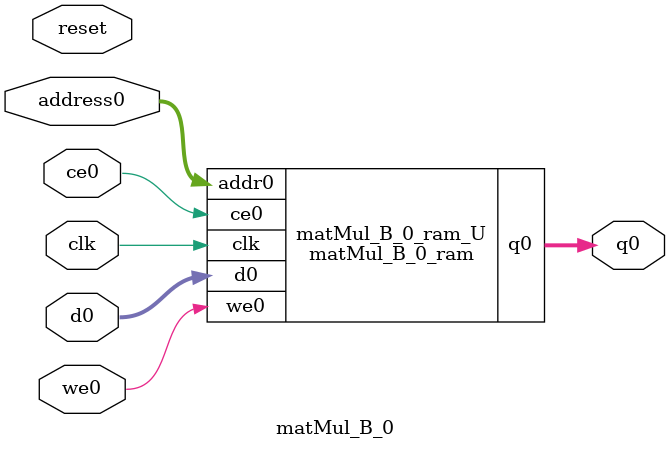
<source format=v>
`timescale 1 ns / 1 ps
module matMul_B_0_ram (addr0, ce0, d0, we0, q0,  clk);

parameter DWIDTH = 32;
parameter AWIDTH = 4;
parameter MEM_SIZE = 16;

input[AWIDTH-1:0] addr0;
input ce0;
input[DWIDTH-1:0] d0;
input we0;
output reg[DWIDTH-1:0] q0;
input clk;

(* ram_style = "distributed" *)reg [DWIDTH-1:0] ram[0:MEM_SIZE-1];




always @(posedge clk)  
begin 
    if (ce0) begin
        if (we0) 
            ram[addr0] <= d0; 
        q0 <= ram[addr0];
    end
end


endmodule

`timescale 1 ns / 1 ps
module matMul_B_0(
    reset,
    clk,
    address0,
    ce0,
    we0,
    d0,
    q0);

parameter DataWidth = 32'd32;
parameter AddressRange = 32'd16;
parameter AddressWidth = 32'd4;
input reset;
input clk;
input[AddressWidth - 1:0] address0;
input ce0;
input we0;
input[DataWidth - 1:0] d0;
output[DataWidth - 1:0] q0;



matMul_B_0_ram matMul_B_0_ram_U(
    .clk( clk ),
    .addr0( address0 ),
    .ce0( ce0 ),
    .we0( we0 ),
    .d0( d0 ),
    .q0( q0 ));

endmodule


</source>
